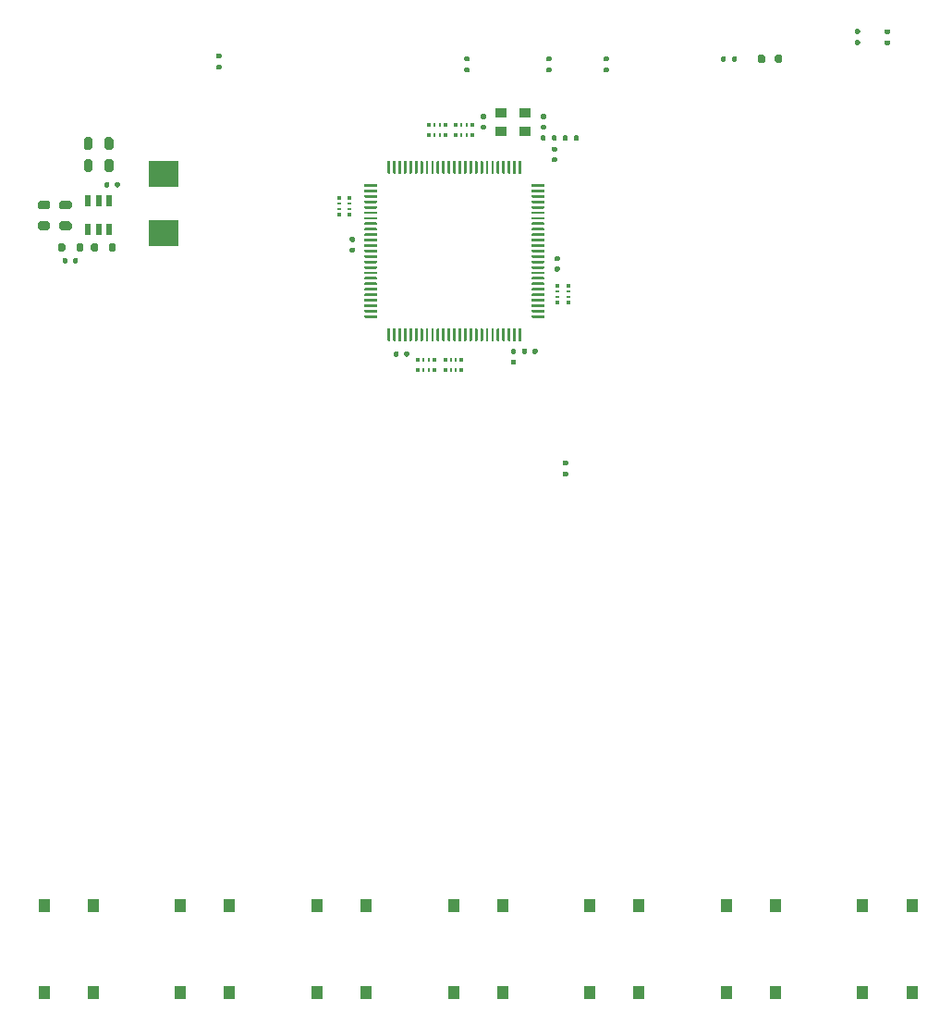
<source format=gtp>
%TF.GenerationSoftware,KiCad,Pcbnew,5.1.10*%
%TF.CreationDate,2021-08-07T13:12:26+02:00*%
%TF.ProjectId,ATAPIMega,41544150-494d-4656-9761-2e6b69636164,rev?*%
%TF.SameCoordinates,Original*%
%TF.FileFunction,Paste,Top*%
%TF.FilePolarity,Positive*%
%FSLAX46Y46*%
G04 Gerber Fmt 4.6, Leading zero omitted, Abs format (unit mm)*
G04 Created by KiCad (PCBNEW 5.1.10) date 2021-08-07 13:12:26*
%MOMM*%
%LPD*%
G01*
G04 APERTURE LIST*
%ADD10R,1.040000X1.240000*%
%ADD11R,0.320000X0.400000*%
%ADD12R,0.240000X0.400000*%
%ADD13R,0.400000X0.320000*%
%ADD14R,0.400000X0.240000*%
%ADD15R,0.520000X0.976000*%
%ADD16R,2.800000X2.360000*%
%ADD17R,1.120000X0.960000*%
G04 APERTURE END LIST*
%TO.C,C2*%
G36*
G01*
X81881628Y-53213876D02*
X81609628Y-53213876D01*
G75*
G02*
X81497628Y-53101876I0J112000D01*
G01*
X81497628Y-52877876D01*
G75*
G02*
X81609628Y-52765876I112000J0D01*
G01*
X81881628Y-52765876D01*
G75*
G02*
X81993628Y-52877876I0J-112000D01*
G01*
X81993628Y-53101876D01*
G75*
G02*
X81881628Y-53213876I-112000J0D01*
G01*
G37*
G36*
G01*
X81881628Y-54173876D02*
X81609628Y-54173876D01*
G75*
G02*
X81497628Y-54061876I0J112000D01*
G01*
X81497628Y-53837876D01*
G75*
G02*
X81609628Y-53725876I112000J0D01*
G01*
X81881628Y-53725876D01*
G75*
G02*
X81993628Y-53837876I0J-112000D01*
G01*
X81993628Y-54061876D01*
G75*
G02*
X81881628Y-54173876I-112000J0D01*
G01*
G37*
%TD*%
D10*
%TO.C,SW7*%
X132995628Y-113994876D03*
X128495628Y-113994876D03*
X128495628Y-121944876D03*
X132995628Y-121944876D03*
%TD*%
%TO.C,SW6*%
X120495628Y-113994876D03*
X115995628Y-113994876D03*
X115995628Y-121944876D03*
X120495628Y-121944876D03*
%TD*%
%TO.C,SW5*%
X107995628Y-113994876D03*
X103495628Y-113994876D03*
X103495628Y-121944876D03*
X107995628Y-121944876D03*
%TD*%
%TO.C,SW4*%
X95495628Y-113994876D03*
X90995628Y-113994876D03*
X90995628Y-121944876D03*
X95495628Y-121944876D03*
%TD*%
%TO.C,SW3*%
X82995628Y-113994876D03*
X78495628Y-113994876D03*
X78495628Y-121944876D03*
X82995628Y-121944876D03*
%TD*%
%TO.C,SW1*%
X70495628Y-113994876D03*
X65995628Y-113994876D03*
X65995628Y-121944876D03*
X70495628Y-121944876D03*
%TD*%
%TO.C,SW2*%
X57995628Y-113994876D03*
X53495628Y-113994876D03*
X53495628Y-121944876D03*
X57995628Y-121944876D03*
%TD*%
D11*
%TO.C,RN6*%
X89245628Y-63969876D03*
D12*
X88745628Y-63969876D03*
D11*
X87745628Y-63969876D03*
D12*
X88245628Y-63969876D03*
D11*
X89245628Y-64969876D03*
D12*
X88245628Y-64969876D03*
X88745628Y-64969876D03*
D11*
X87745628Y-64969876D03*
%TD*%
%TO.C,RN5*%
X90245628Y-64969876D03*
D12*
X90745628Y-64969876D03*
D11*
X91745628Y-64969876D03*
D12*
X91245628Y-64969876D03*
D11*
X90245628Y-63969876D03*
D12*
X91245628Y-63969876D03*
X90745628Y-63969876D03*
D11*
X91745628Y-63969876D03*
%TD*%
D13*
%TO.C,RN4*%
X80495628Y-49219876D03*
D14*
X80495628Y-49719876D03*
D13*
X80495628Y-50719876D03*
D14*
X80495628Y-50219876D03*
D13*
X81495628Y-49219876D03*
D14*
X81495628Y-50219876D03*
X81495628Y-49719876D03*
D13*
X81495628Y-50719876D03*
%TD*%
D11*
%TO.C,RN3*%
X90245628Y-42469876D03*
D12*
X89745628Y-42469876D03*
D11*
X88745628Y-42469876D03*
D12*
X89245628Y-42469876D03*
D11*
X90245628Y-43469876D03*
D12*
X89245628Y-43469876D03*
X89745628Y-43469876D03*
D11*
X88745628Y-43469876D03*
%TD*%
D13*
%TO.C,RN2*%
X101495628Y-58719876D03*
D14*
X101495628Y-58219876D03*
D13*
X101495628Y-57219876D03*
D14*
X101495628Y-57719876D03*
D13*
X100495628Y-58719876D03*
D14*
X100495628Y-57719876D03*
X100495628Y-58219876D03*
D13*
X100495628Y-57219876D03*
%TD*%
D11*
%TO.C,RN1*%
X92745628Y-42469876D03*
D12*
X92245628Y-42469876D03*
D11*
X91245628Y-42469876D03*
D12*
X91745628Y-42469876D03*
D11*
X92745628Y-43469876D03*
D12*
X91745628Y-43469876D03*
X92245628Y-43469876D03*
D11*
X91245628Y-43469876D03*
%TD*%
D15*
%TO.C,U3*%
X59445628Y-52029876D03*
X58495628Y-52029876D03*
X57545628Y-52029876D03*
X57545628Y-49409876D03*
X58495628Y-49409876D03*
X59445628Y-49409876D03*
%TD*%
%TO.C,R10*%
G36*
G01*
X59450628Y-53939876D02*
X59450628Y-53499876D01*
G75*
G02*
X59610628Y-53339876I160000J0D01*
G01*
X59930628Y-53339876D01*
G75*
G02*
X60090628Y-53499876I0J-160000D01*
G01*
X60090628Y-53939876D01*
G75*
G02*
X59930628Y-54099876I-160000J0D01*
G01*
X59610628Y-54099876D01*
G75*
G02*
X59450628Y-53939876I0J160000D01*
G01*
G37*
G36*
G01*
X57800628Y-53939876D02*
X57800628Y-53499876D01*
G75*
G02*
X57960628Y-53339876I160000J0D01*
G01*
X58280628Y-53339876D01*
G75*
G02*
X58440628Y-53499876I0J-160000D01*
G01*
X58440628Y-53939876D01*
G75*
G02*
X58280628Y-54099876I-160000J0D01*
G01*
X57960628Y-54099876D01*
G75*
G02*
X57800628Y-53939876I0J160000D01*
G01*
G37*
%TD*%
%TO.C,R9*%
G36*
G01*
X56450628Y-53939876D02*
X56450628Y-53499876D01*
G75*
G02*
X56610628Y-53339876I160000J0D01*
G01*
X56930628Y-53339876D01*
G75*
G02*
X57090628Y-53499876I0J-160000D01*
G01*
X57090628Y-53939876D01*
G75*
G02*
X56930628Y-54099876I-160000J0D01*
G01*
X56610628Y-54099876D01*
G75*
G02*
X56450628Y-53939876I0J160000D01*
G01*
G37*
G36*
G01*
X54800628Y-53939876D02*
X54800628Y-53499876D01*
G75*
G02*
X54960628Y-53339876I160000J0D01*
G01*
X55280628Y-53339876D01*
G75*
G02*
X55440628Y-53499876I0J-160000D01*
G01*
X55440628Y-53939876D01*
G75*
G02*
X55280628Y-54099876I-160000J0D01*
G01*
X54960628Y-54099876D01*
G75*
G02*
X54800628Y-53939876I0J160000D01*
G01*
G37*
%TD*%
%TO.C,R8*%
G36*
G01*
X101451628Y-43571876D02*
X101451628Y-43867876D01*
G75*
G02*
X101343628Y-43975876I-108000J0D01*
G01*
X101127628Y-43975876D01*
G75*
G02*
X101019628Y-43867876I0J108000D01*
G01*
X101019628Y-43571876D01*
G75*
G02*
X101127628Y-43463876I108000J0D01*
G01*
X101343628Y-43463876D01*
G75*
G02*
X101451628Y-43571876I0J-108000D01*
G01*
G37*
G36*
G01*
X102471628Y-43571876D02*
X102471628Y-43867876D01*
G75*
G02*
X102363628Y-43975876I-108000J0D01*
G01*
X102147628Y-43975876D01*
G75*
G02*
X102039628Y-43867876I0J108000D01*
G01*
X102039628Y-43571876D01*
G75*
G02*
X102147628Y-43463876I108000J0D01*
G01*
X102363628Y-43463876D01*
G75*
G02*
X102471628Y-43571876I0J-108000D01*
G01*
G37*
%TD*%
D16*
%TO.C,L1*%
X64455628Y-46994876D03*
X64455628Y-52444876D03*
%TD*%
%TO.C,C14*%
G36*
G01*
X56151628Y-55055876D02*
X56151628Y-54783876D01*
G75*
G02*
X56263628Y-54671876I112000J0D01*
G01*
X56487628Y-54671876D01*
G75*
G02*
X56599628Y-54783876I0J-112000D01*
G01*
X56599628Y-55055876D01*
G75*
G02*
X56487628Y-55167876I-112000J0D01*
G01*
X56263628Y-55167876D01*
G75*
G02*
X56151628Y-55055876I0J112000D01*
G01*
G37*
G36*
G01*
X55191628Y-55055876D02*
X55191628Y-54783876D01*
G75*
G02*
X55303628Y-54671876I112000J0D01*
G01*
X55527628Y-54671876D01*
G75*
G02*
X55639628Y-54783876I0J-112000D01*
G01*
X55639628Y-55055876D01*
G75*
G02*
X55527628Y-55167876I-112000J0D01*
G01*
X55303628Y-55167876D01*
G75*
G02*
X55191628Y-55055876I0J112000D01*
G01*
G37*
%TD*%
%TO.C,C13*%
G36*
G01*
X57945628Y-43839876D02*
X57945628Y-44599876D01*
G75*
G02*
X57745628Y-44799876I-200000J0D01*
G01*
X57345628Y-44799876D01*
G75*
G02*
X57145628Y-44599876I0J200000D01*
G01*
X57145628Y-43839876D01*
G75*
G02*
X57345628Y-43639876I200000J0D01*
G01*
X57745628Y-43639876D01*
G75*
G02*
X57945628Y-43839876I0J-200000D01*
G01*
G37*
G36*
G01*
X59845628Y-43839876D02*
X59845628Y-44599876D01*
G75*
G02*
X59645628Y-44799876I-200000J0D01*
G01*
X59245628Y-44799876D01*
G75*
G02*
X59045628Y-44599876I0J200000D01*
G01*
X59045628Y-43839876D01*
G75*
G02*
X59245628Y-43639876I200000J0D01*
G01*
X59645628Y-43639876D01*
G75*
G02*
X59845628Y-43839876I0J-200000D01*
G01*
G37*
%TD*%
%TO.C,C12*%
G36*
G01*
X57945628Y-45839876D02*
X57945628Y-46599876D01*
G75*
G02*
X57745628Y-46799876I-200000J0D01*
G01*
X57345628Y-46799876D01*
G75*
G02*
X57145628Y-46599876I0J200000D01*
G01*
X57145628Y-45839876D01*
G75*
G02*
X57345628Y-45639876I200000J0D01*
G01*
X57745628Y-45639876D01*
G75*
G02*
X57945628Y-45839876I0J-200000D01*
G01*
G37*
G36*
G01*
X59845628Y-45839876D02*
X59845628Y-46599876D01*
G75*
G02*
X59645628Y-46799876I-200000J0D01*
G01*
X59245628Y-46799876D01*
G75*
G02*
X59045628Y-46599876I0J200000D01*
G01*
X59045628Y-45839876D01*
G75*
G02*
X59245628Y-45639876I200000J0D01*
G01*
X59645628Y-45639876D01*
G75*
G02*
X59845628Y-45839876I0J-200000D01*
G01*
G37*
%TD*%
%TO.C,C11*%
G36*
G01*
X59489628Y-47833876D02*
X59489628Y-48105876D01*
G75*
G02*
X59377628Y-48217876I-112000J0D01*
G01*
X59153628Y-48217876D01*
G75*
G02*
X59041628Y-48105876I0J112000D01*
G01*
X59041628Y-47833876D01*
G75*
G02*
X59153628Y-47721876I112000J0D01*
G01*
X59377628Y-47721876D01*
G75*
G02*
X59489628Y-47833876I0J-112000D01*
G01*
G37*
G36*
G01*
X60449628Y-47833876D02*
X60449628Y-48105876D01*
G75*
G02*
X60337628Y-48217876I-112000J0D01*
G01*
X60113628Y-48217876D01*
G75*
G02*
X60001628Y-48105876I0J112000D01*
G01*
X60001628Y-47833876D01*
G75*
G02*
X60113628Y-47721876I112000J0D01*
G01*
X60337628Y-47721876D01*
G75*
G02*
X60449628Y-47833876I0J-112000D01*
G01*
G37*
%TD*%
%TO.C,C10*%
G36*
G01*
X55845628Y-50239876D02*
X55085628Y-50239876D01*
G75*
G02*
X54885628Y-50039876I0J200000D01*
G01*
X54885628Y-49639876D01*
G75*
G02*
X55085628Y-49439876I200000J0D01*
G01*
X55845628Y-49439876D01*
G75*
G02*
X56045628Y-49639876I0J-200000D01*
G01*
X56045628Y-50039876D01*
G75*
G02*
X55845628Y-50239876I-200000J0D01*
G01*
G37*
G36*
G01*
X55845628Y-52139876D02*
X55085628Y-52139876D01*
G75*
G02*
X54885628Y-51939876I0J200000D01*
G01*
X54885628Y-51539876D01*
G75*
G02*
X55085628Y-51339876I200000J0D01*
G01*
X55845628Y-51339876D01*
G75*
G02*
X56045628Y-51539876I0J-200000D01*
G01*
X56045628Y-51939876D01*
G75*
G02*
X55845628Y-52139876I-200000J0D01*
G01*
G37*
%TD*%
%TO.C,C9*%
G36*
G01*
X53875628Y-50239876D02*
X53115628Y-50239876D01*
G75*
G02*
X52915628Y-50039876I0J200000D01*
G01*
X52915628Y-49639876D01*
G75*
G02*
X53115628Y-49439876I200000J0D01*
G01*
X53875628Y-49439876D01*
G75*
G02*
X54075628Y-49639876I0J-200000D01*
G01*
X54075628Y-50039876D01*
G75*
G02*
X53875628Y-50239876I-200000J0D01*
G01*
G37*
G36*
G01*
X53875628Y-52139876D02*
X53115628Y-52139876D01*
G75*
G02*
X52915628Y-51939876I0J200000D01*
G01*
X52915628Y-51539876D01*
G75*
G02*
X53115628Y-51339876I200000J0D01*
G01*
X53875628Y-51339876D01*
G75*
G02*
X54075628Y-51539876I0J-200000D01*
G01*
X54075628Y-51939876D01*
G75*
G02*
X53875628Y-52139876I-200000J0D01*
G01*
G37*
%TD*%
%TO.C,C3*%
G36*
G01*
X99109628Y-42475876D02*
X99381628Y-42475876D01*
G75*
G02*
X99493628Y-42587876I0J-112000D01*
G01*
X99493628Y-42811876D01*
G75*
G02*
X99381628Y-42923876I-112000J0D01*
G01*
X99109628Y-42923876D01*
G75*
G02*
X98997628Y-42811876I0J112000D01*
G01*
X98997628Y-42587876D01*
G75*
G02*
X99109628Y-42475876I112000J0D01*
G01*
G37*
G36*
G01*
X99109628Y-41515876D02*
X99381628Y-41515876D01*
G75*
G02*
X99493628Y-41627876I0J-112000D01*
G01*
X99493628Y-41851876D01*
G75*
G02*
X99381628Y-41963876I-112000J0D01*
G01*
X99109628Y-41963876D01*
G75*
G02*
X98997628Y-41851876I0J112000D01*
G01*
X98997628Y-41627876D01*
G75*
G02*
X99109628Y-41515876I112000J0D01*
G01*
G37*
%TD*%
%TO.C,C1*%
G36*
G01*
X93609628Y-42475876D02*
X93881628Y-42475876D01*
G75*
G02*
X93993628Y-42587876I0J-112000D01*
G01*
X93993628Y-42811876D01*
G75*
G02*
X93881628Y-42923876I-112000J0D01*
G01*
X93609628Y-42923876D01*
G75*
G02*
X93497628Y-42811876I0J112000D01*
G01*
X93497628Y-42587876D01*
G75*
G02*
X93609628Y-42475876I112000J0D01*
G01*
G37*
G36*
G01*
X93609628Y-41515876D02*
X93881628Y-41515876D01*
G75*
G02*
X93993628Y-41627876I0J-112000D01*
G01*
X93993628Y-41851876D01*
G75*
G02*
X93881628Y-41963876I-112000J0D01*
G01*
X93609628Y-41963876D01*
G75*
G02*
X93497628Y-41851876I0J112000D01*
G01*
X93497628Y-41627876D01*
G75*
G02*
X93609628Y-41515876I112000J0D01*
G01*
G37*
%TD*%
D17*
%TO.C,Y1*%
X97595628Y-43069876D03*
X95395628Y-43069876D03*
X95395628Y-41369876D03*
X97595628Y-41369876D03*
%TD*%
%TO.C,R7*%
G36*
G01*
X99893628Y-36675876D02*
X99597628Y-36675876D01*
G75*
G02*
X99489628Y-36567876I0J108000D01*
G01*
X99489628Y-36351876D01*
G75*
G02*
X99597628Y-36243876I108000J0D01*
G01*
X99893628Y-36243876D01*
G75*
G02*
X100001628Y-36351876I0J-108000D01*
G01*
X100001628Y-36567876D01*
G75*
G02*
X99893628Y-36675876I-108000J0D01*
G01*
G37*
G36*
G01*
X99893628Y-37695876D02*
X99597628Y-37695876D01*
G75*
G02*
X99489628Y-37587876I0J108000D01*
G01*
X99489628Y-37371876D01*
G75*
G02*
X99597628Y-37263876I108000J0D01*
G01*
X99893628Y-37263876D01*
G75*
G02*
X100001628Y-37371876I0J-108000D01*
G01*
X100001628Y-37587876D01*
G75*
G02*
X99893628Y-37695876I-108000J0D01*
G01*
G37*
%TD*%
%TO.C,R6*%
G36*
G01*
X69643628Y-36425876D02*
X69347628Y-36425876D01*
G75*
G02*
X69239628Y-36317876I0J108000D01*
G01*
X69239628Y-36101876D01*
G75*
G02*
X69347628Y-35993876I108000J0D01*
G01*
X69643628Y-35993876D01*
G75*
G02*
X69751628Y-36101876I0J-108000D01*
G01*
X69751628Y-36317876D01*
G75*
G02*
X69643628Y-36425876I-108000J0D01*
G01*
G37*
G36*
G01*
X69643628Y-37445876D02*
X69347628Y-37445876D01*
G75*
G02*
X69239628Y-37337876I0J108000D01*
G01*
X69239628Y-37121876D01*
G75*
G02*
X69347628Y-37013876I108000J0D01*
G01*
X69643628Y-37013876D01*
G75*
G02*
X69751628Y-37121876I0J-108000D01*
G01*
X69751628Y-37337876D01*
G75*
G02*
X69643628Y-37445876I-108000J0D01*
G01*
G37*
%TD*%
%TO.C,R5*%
G36*
G01*
X130893628Y-34175876D02*
X130597628Y-34175876D01*
G75*
G02*
X130489628Y-34067876I0J108000D01*
G01*
X130489628Y-33851876D01*
G75*
G02*
X130597628Y-33743876I108000J0D01*
G01*
X130893628Y-33743876D01*
G75*
G02*
X131001628Y-33851876I0J-108000D01*
G01*
X131001628Y-34067876D01*
G75*
G02*
X130893628Y-34175876I-108000J0D01*
G01*
G37*
G36*
G01*
X130893628Y-35195876D02*
X130597628Y-35195876D01*
G75*
G02*
X130489628Y-35087876I0J108000D01*
G01*
X130489628Y-34871876D01*
G75*
G02*
X130597628Y-34763876I108000J0D01*
G01*
X130893628Y-34763876D01*
G75*
G02*
X131001628Y-34871876I0J-108000D01*
G01*
X131001628Y-35087876D01*
G75*
G02*
X130893628Y-35195876I-108000J0D01*
G01*
G37*
%TD*%
%TO.C,R4*%
G36*
G01*
X127847628Y-34753876D02*
X128143628Y-34753876D01*
G75*
G02*
X128251628Y-34861876I0J-108000D01*
G01*
X128251628Y-35077876D01*
G75*
G02*
X128143628Y-35185876I-108000J0D01*
G01*
X127847628Y-35185876D01*
G75*
G02*
X127739628Y-35077876I0J108000D01*
G01*
X127739628Y-34861876D01*
G75*
G02*
X127847628Y-34753876I108000J0D01*
G01*
G37*
G36*
G01*
X127847628Y-33733876D02*
X128143628Y-33733876D01*
G75*
G02*
X128251628Y-33841876I0J-108000D01*
G01*
X128251628Y-34057876D01*
G75*
G02*
X128143628Y-34165876I-108000J0D01*
G01*
X127847628Y-34165876D01*
G75*
G02*
X127739628Y-34057876I0J108000D01*
G01*
X127739628Y-33841876D01*
G75*
G02*
X127847628Y-33733876I108000J0D01*
G01*
G37*
%TD*%
%TO.C,R2*%
G36*
G01*
X101393628Y-73675876D02*
X101097628Y-73675876D01*
G75*
G02*
X100989628Y-73567876I0J108000D01*
G01*
X100989628Y-73351876D01*
G75*
G02*
X101097628Y-73243876I108000J0D01*
G01*
X101393628Y-73243876D01*
G75*
G02*
X101501628Y-73351876I0J-108000D01*
G01*
X101501628Y-73567876D01*
G75*
G02*
X101393628Y-73675876I-108000J0D01*
G01*
G37*
G36*
G01*
X101393628Y-74695876D02*
X101097628Y-74695876D01*
G75*
G02*
X100989628Y-74587876I0J108000D01*
G01*
X100989628Y-74371876D01*
G75*
G02*
X101097628Y-74263876I108000J0D01*
G01*
X101393628Y-74263876D01*
G75*
G02*
X101501628Y-74371876I0J-108000D01*
G01*
X101501628Y-74587876D01*
G75*
G02*
X101393628Y-74695876I-108000J0D01*
G01*
G37*
%TD*%
%TO.C,R1*%
G36*
G01*
X99451628Y-43571876D02*
X99451628Y-43867876D01*
G75*
G02*
X99343628Y-43975876I-108000J0D01*
G01*
X99127628Y-43975876D01*
G75*
G02*
X99019628Y-43867876I0J108000D01*
G01*
X99019628Y-43571876D01*
G75*
G02*
X99127628Y-43463876I108000J0D01*
G01*
X99343628Y-43463876D01*
G75*
G02*
X99451628Y-43571876I0J-108000D01*
G01*
G37*
G36*
G01*
X100471628Y-43571876D02*
X100471628Y-43867876D01*
G75*
G02*
X100363628Y-43975876I-108000J0D01*
G01*
X100147628Y-43975876D01*
G75*
G02*
X100039628Y-43867876I0J108000D01*
G01*
X100039628Y-43571876D01*
G75*
G02*
X100147628Y-43463876I108000J0D01*
G01*
X100363628Y-43463876D01*
G75*
G02*
X100471628Y-43571876I0J-108000D01*
G01*
G37*
%TD*%
%TO.C,C8*%
G36*
G01*
X100631628Y-54963876D02*
X100359628Y-54963876D01*
G75*
G02*
X100247628Y-54851876I0J112000D01*
G01*
X100247628Y-54627876D01*
G75*
G02*
X100359628Y-54515876I112000J0D01*
G01*
X100631628Y-54515876D01*
G75*
G02*
X100743628Y-54627876I0J-112000D01*
G01*
X100743628Y-54851876D01*
G75*
G02*
X100631628Y-54963876I-112000J0D01*
G01*
G37*
G36*
G01*
X100631628Y-55923876D02*
X100359628Y-55923876D01*
G75*
G02*
X100247628Y-55811876I0J112000D01*
G01*
X100247628Y-55587876D01*
G75*
G02*
X100359628Y-55475876I112000J0D01*
G01*
X100631628Y-55475876D01*
G75*
G02*
X100743628Y-55587876I0J-112000D01*
G01*
X100743628Y-55811876D01*
G75*
G02*
X100631628Y-55923876I-112000J0D01*
G01*
G37*
%TD*%
%TO.C,C7*%
G36*
G01*
X86501628Y-63605876D02*
X86501628Y-63333876D01*
G75*
G02*
X86613628Y-63221876I112000J0D01*
G01*
X86837628Y-63221876D01*
G75*
G02*
X86949628Y-63333876I0J-112000D01*
G01*
X86949628Y-63605876D01*
G75*
G02*
X86837628Y-63717876I-112000J0D01*
G01*
X86613628Y-63717876D01*
G75*
G02*
X86501628Y-63605876I0J112000D01*
G01*
G37*
G36*
G01*
X85541628Y-63605876D02*
X85541628Y-63333876D01*
G75*
G02*
X85653628Y-63221876I112000J0D01*
G01*
X85877628Y-63221876D01*
G75*
G02*
X85989628Y-63333876I0J-112000D01*
G01*
X85989628Y-63605876D01*
G75*
G02*
X85877628Y-63717876I-112000J0D01*
G01*
X85653628Y-63717876D01*
G75*
G02*
X85541628Y-63605876I0J112000D01*
G01*
G37*
%TD*%
%TO.C,C6*%
G36*
G01*
X97739628Y-63083876D02*
X97739628Y-63355876D01*
G75*
G02*
X97627628Y-63467876I-112000J0D01*
G01*
X97403628Y-63467876D01*
G75*
G02*
X97291628Y-63355876I0J112000D01*
G01*
X97291628Y-63083876D01*
G75*
G02*
X97403628Y-62971876I112000J0D01*
G01*
X97627628Y-62971876D01*
G75*
G02*
X97739628Y-63083876I0J-112000D01*
G01*
G37*
G36*
G01*
X98699628Y-63083876D02*
X98699628Y-63355876D01*
G75*
G02*
X98587628Y-63467876I-112000J0D01*
G01*
X98363628Y-63467876D01*
G75*
G02*
X98251628Y-63355876I0J112000D01*
G01*
X98251628Y-63083876D01*
G75*
G02*
X98363628Y-62971876I112000J0D01*
G01*
X98587628Y-62971876D01*
G75*
G02*
X98699628Y-63083876I0J-112000D01*
G01*
G37*
%TD*%
%TO.C,C5*%
G36*
G01*
X96359628Y-63975876D02*
X96631628Y-63975876D01*
G75*
G02*
X96743628Y-64087876I0J-112000D01*
G01*
X96743628Y-64311876D01*
G75*
G02*
X96631628Y-64423876I-112000J0D01*
G01*
X96359628Y-64423876D01*
G75*
G02*
X96247628Y-64311876I0J112000D01*
G01*
X96247628Y-64087876D01*
G75*
G02*
X96359628Y-63975876I112000J0D01*
G01*
G37*
G36*
G01*
X96359628Y-63015876D02*
X96631628Y-63015876D01*
G75*
G02*
X96743628Y-63127876I0J-112000D01*
G01*
X96743628Y-63351876D01*
G75*
G02*
X96631628Y-63463876I-112000J0D01*
G01*
X96359628Y-63463876D01*
G75*
G02*
X96247628Y-63351876I0J112000D01*
G01*
X96247628Y-63127876D01*
G75*
G02*
X96359628Y-63015876I112000J0D01*
G01*
G37*
%TD*%
%TO.C,C4*%
G36*
G01*
X100109628Y-45475876D02*
X100381628Y-45475876D01*
G75*
G02*
X100493628Y-45587876I0J-112000D01*
G01*
X100493628Y-45811876D01*
G75*
G02*
X100381628Y-45923876I-112000J0D01*
G01*
X100109628Y-45923876D01*
G75*
G02*
X99997628Y-45811876I0J112000D01*
G01*
X99997628Y-45587876D01*
G75*
G02*
X100109628Y-45475876I112000J0D01*
G01*
G37*
G36*
G01*
X100109628Y-44515876D02*
X100381628Y-44515876D01*
G75*
G02*
X100493628Y-44627876I0J-112000D01*
G01*
X100493628Y-44851876D01*
G75*
G02*
X100381628Y-44963876I-112000J0D01*
G01*
X100109628Y-44963876D01*
G75*
G02*
X99997628Y-44851876I0J112000D01*
G01*
X99997628Y-44627876D01*
G75*
G02*
X100109628Y-44515876I112000J0D01*
G01*
G37*
%TD*%
%TO.C,U1*%
G36*
G01*
X97205628Y-61182376D02*
X97205628Y-62242376D01*
G75*
G02*
X97145628Y-62302376I-60000J0D01*
G01*
X97025628Y-62302376D01*
G75*
G02*
X96965628Y-62242376I0J60000D01*
G01*
X96965628Y-61182376D01*
G75*
G02*
X97025628Y-61122376I60000J0D01*
G01*
X97145628Y-61122376D01*
G75*
G02*
X97205628Y-61182376I0J-60000D01*
G01*
G37*
G36*
G01*
X96705628Y-61182376D02*
X96705628Y-62242376D01*
G75*
G02*
X96645628Y-62302376I-60000J0D01*
G01*
X96525628Y-62302376D01*
G75*
G02*
X96465628Y-62242376I0J60000D01*
G01*
X96465628Y-61182376D01*
G75*
G02*
X96525628Y-61122376I60000J0D01*
G01*
X96645628Y-61122376D01*
G75*
G02*
X96705628Y-61182376I0J-60000D01*
G01*
G37*
G36*
G01*
X96205628Y-61182376D02*
X96205628Y-62242376D01*
G75*
G02*
X96145628Y-62302376I-60000J0D01*
G01*
X96025628Y-62302376D01*
G75*
G02*
X95965628Y-62242376I0J60000D01*
G01*
X95965628Y-61182376D01*
G75*
G02*
X96025628Y-61122376I60000J0D01*
G01*
X96145628Y-61122376D01*
G75*
G02*
X96205628Y-61182376I0J-60000D01*
G01*
G37*
G36*
G01*
X95705628Y-61182376D02*
X95705628Y-62242376D01*
G75*
G02*
X95645628Y-62302376I-60000J0D01*
G01*
X95525628Y-62302376D01*
G75*
G02*
X95465628Y-62242376I0J60000D01*
G01*
X95465628Y-61182376D01*
G75*
G02*
X95525628Y-61122376I60000J0D01*
G01*
X95645628Y-61122376D01*
G75*
G02*
X95705628Y-61182376I0J-60000D01*
G01*
G37*
G36*
G01*
X95205628Y-61182376D02*
X95205628Y-62242376D01*
G75*
G02*
X95145628Y-62302376I-60000J0D01*
G01*
X95025628Y-62302376D01*
G75*
G02*
X94965628Y-62242376I0J60000D01*
G01*
X94965628Y-61182376D01*
G75*
G02*
X95025628Y-61122376I60000J0D01*
G01*
X95145628Y-61122376D01*
G75*
G02*
X95205628Y-61182376I0J-60000D01*
G01*
G37*
G36*
G01*
X94705628Y-61182376D02*
X94705628Y-62242376D01*
G75*
G02*
X94645628Y-62302376I-60000J0D01*
G01*
X94525628Y-62302376D01*
G75*
G02*
X94465628Y-62242376I0J60000D01*
G01*
X94465628Y-61182376D01*
G75*
G02*
X94525628Y-61122376I60000J0D01*
G01*
X94645628Y-61122376D01*
G75*
G02*
X94705628Y-61182376I0J-60000D01*
G01*
G37*
G36*
G01*
X94205628Y-61182376D02*
X94205628Y-62242376D01*
G75*
G02*
X94145628Y-62302376I-60000J0D01*
G01*
X94025628Y-62302376D01*
G75*
G02*
X93965628Y-62242376I0J60000D01*
G01*
X93965628Y-61182376D01*
G75*
G02*
X94025628Y-61122376I60000J0D01*
G01*
X94145628Y-61122376D01*
G75*
G02*
X94205628Y-61182376I0J-60000D01*
G01*
G37*
G36*
G01*
X93705628Y-61182376D02*
X93705628Y-62242376D01*
G75*
G02*
X93645628Y-62302376I-60000J0D01*
G01*
X93525628Y-62302376D01*
G75*
G02*
X93465628Y-62242376I0J60000D01*
G01*
X93465628Y-61182376D01*
G75*
G02*
X93525628Y-61122376I60000J0D01*
G01*
X93645628Y-61122376D01*
G75*
G02*
X93705628Y-61182376I0J-60000D01*
G01*
G37*
G36*
G01*
X93205628Y-61182376D02*
X93205628Y-62242376D01*
G75*
G02*
X93145628Y-62302376I-60000J0D01*
G01*
X93025628Y-62302376D01*
G75*
G02*
X92965628Y-62242376I0J60000D01*
G01*
X92965628Y-61182376D01*
G75*
G02*
X93025628Y-61122376I60000J0D01*
G01*
X93145628Y-61122376D01*
G75*
G02*
X93205628Y-61182376I0J-60000D01*
G01*
G37*
G36*
G01*
X92705628Y-61182376D02*
X92705628Y-62242376D01*
G75*
G02*
X92645628Y-62302376I-60000J0D01*
G01*
X92525628Y-62302376D01*
G75*
G02*
X92465628Y-62242376I0J60000D01*
G01*
X92465628Y-61182376D01*
G75*
G02*
X92525628Y-61122376I60000J0D01*
G01*
X92645628Y-61122376D01*
G75*
G02*
X92705628Y-61182376I0J-60000D01*
G01*
G37*
G36*
G01*
X92205628Y-61182376D02*
X92205628Y-62242376D01*
G75*
G02*
X92145628Y-62302376I-60000J0D01*
G01*
X92025628Y-62302376D01*
G75*
G02*
X91965628Y-62242376I0J60000D01*
G01*
X91965628Y-61182376D01*
G75*
G02*
X92025628Y-61122376I60000J0D01*
G01*
X92145628Y-61122376D01*
G75*
G02*
X92205628Y-61182376I0J-60000D01*
G01*
G37*
G36*
G01*
X91705628Y-61182376D02*
X91705628Y-62242376D01*
G75*
G02*
X91645628Y-62302376I-60000J0D01*
G01*
X91525628Y-62302376D01*
G75*
G02*
X91465628Y-62242376I0J60000D01*
G01*
X91465628Y-61182376D01*
G75*
G02*
X91525628Y-61122376I60000J0D01*
G01*
X91645628Y-61122376D01*
G75*
G02*
X91705628Y-61182376I0J-60000D01*
G01*
G37*
G36*
G01*
X91205628Y-61182376D02*
X91205628Y-62242376D01*
G75*
G02*
X91145628Y-62302376I-60000J0D01*
G01*
X91025628Y-62302376D01*
G75*
G02*
X90965628Y-62242376I0J60000D01*
G01*
X90965628Y-61182376D01*
G75*
G02*
X91025628Y-61122376I60000J0D01*
G01*
X91145628Y-61122376D01*
G75*
G02*
X91205628Y-61182376I0J-60000D01*
G01*
G37*
G36*
G01*
X90705628Y-61182376D02*
X90705628Y-62242376D01*
G75*
G02*
X90645628Y-62302376I-60000J0D01*
G01*
X90525628Y-62302376D01*
G75*
G02*
X90465628Y-62242376I0J60000D01*
G01*
X90465628Y-61182376D01*
G75*
G02*
X90525628Y-61122376I60000J0D01*
G01*
X90645628Y-61122376D01*
G75*
G02*
X90705628Y-61182376I0J-60000D01*
G01*
G37*
G36*
G01*
X90205628Y-61182376D02*
X90205628Y-62242376D01*
G75*
G02*
X90145628Y-62302376I-60000J0D01*
G01*
X90025628Y-62302376D01*
G75*
G02*
X89965628Y-62242376I0J60000D01*
G01*
X89965628Y-61182376D01*
G75*
G02*
X90025628Y-61122376I60000J0D01*
G01*
X90145628Y-61122376D01*
G75*
G02*
X90205628Y-61182376I0J-60000D01*
G01*
G37*
G36*
G01*
X89705628Y-61182376D02*
X89705628Y-62242376D01*
G75*
G02*
X89645628Y-62302376I-60000J0D01*
G01*
X89525628Y-62302376D01*
G75*
G02*
X89465628Y-62242376I0J60000D01*
G01*
X89465628Y-61182376D01*
G75*
G02*
X89525628Y-61122376I60000J0D01*
G01*
X89645628Y-61122376D01*
G75*
G02*
X89705628Y-61182376I0J-60000D01*
G01*
G37*
G36*
G01*
X89205628Y-61182376D02*
X89205628Y-62242376D01*
G75*
G02*
X89145628Y-62302376I-60000J0D01*
G01*
X89025628Y-62302376D01*
G75*
G02*
X88965628Y-62242376I0J60000D01*
G01*
X88965628Y-61182376D01*
G75*
G02*
X89025628Y-61122376I60000J0D01*
G01*
X89145628Y-61122376D01*
G75*
G02*
X89205628Y-61182376I0J-60000D01*
G01*
G37*
G36*
G01*
X88705628Y-61182376D02*
X88705628Y-62242376D01*
G75*
G02*
X88645628Y-62302376I-60000J0D01*
G01*
X88525628Y-62302376D01*
G75*
G02*
X88465628Y-62242376I0J60000D01*
G01*
X88465628Y-61182376D01*
G75*
G02*
X88525628Y-61122376I60000J0D01*
G01*
X88645628Y-61122376D01*
G75*
G02*
X88705628Y-61182376I0J-60000D01*
G01*
G37*
G36*
G01*
X88205628Y-61182376D02*
X88205628Y-62242376D01*
G75*
G02*
X88145628Y-62302376I-60000J0D01*
G01*
X88025628Y-62302376D01*
G75*
G02*
X87965628Y-62242376I0J60000D01*
G01*
X87965628Y-61182376D01*
G75*
G02*
X88025628Y-61122376I60000J0D01*
G01*
X88145628Y-61122376D01*
G75*
G02*
X88205628Y-61182376I0J-60000D01*
G01*
G37*
G36*
G01*
X87705628Y-61182376D02*
X87705628Y-62242376D01*
G75*
G02*
X87645628Y-62302376I-60000J0D01*
G01*
X87525628Y-62302376D01*
G75*
G02*
X87465628Y-62242376I0J60000D01*
G01*
X87465628Y-61182376D01*
G75*
G02*
X87525628Y-61122376I60000J0D01*
G01*
X87645628Y-61122376D01*
G75*
G02*
X87705628Y-61182376I0J-60000D01*
G01*
G37*
G36*
G01*
X87205628Y-61182376D02*
X87205628Y-62242376D01*
G75*
G02*
X87145628Y-62302376I-60000J0D01*
G01*
X87025628Y-62302376D01*
G75*
G02*
X86965628Y-62242376I0J60000D01*
G01*
X86965628Y-61182376D01*
G75*
G02*
X87025628Y-61122376I60000J0D01*
G01*
X87145628Y-61122376D01*
G75*
G02*
X87205628Y-61182376I0J-60000D01*
G01*
G37*
G36*
G01*
X86705628Y-61182376D02*
X86705628Y-62242376D01*
G75*
G02*
X86645628Y-62302376I-60000J0D01*
G01*
X86525628Y-62302376D01*
G75*
G02*
X86465628Y-62242376I0J60000D01*
G01*
X86465628Y-61182376D01*
G75*
G02*
X86525628Y-61122376I60000J0D01*
G01*
X86645628Y-61122376D01*
G75*
G02*
X86705628Y-61182376I0J-60000D01*
G01*
G37*
G36*
G01*
X86205628Y-61182376D02*
X86205628Y-62242376D01*
G75*
G02*
X86145628Y-62302376I-60000J0D01*
G01*
X86025628Y-62302376D01*
G75*
G02*
X85965628Y-62242376I0J60000D01*
G01*
X85965628Y-61182376D01*
G75*
G02*
X86025628Y-61122376I60000J0D01*
G01*
X86145628Y-61122376D01*
G75*
G02*
X86205628Y-61182376I0J-60000D01*
G01*
G37*
G36*
G01*
X85705628Y-61182376D02*
X85705628Y-62242376D01*
G75*
G02*
X85645628Y-62302376I-60000J0D01*
G01*
X85525628Y-62302376D01*
G75*
G02*
X85465628Y-62242376I0J60000D01*
G01*
X85465628Y-61182376D01*
G75*
G02*
X85525628Y-61122376I60000J0D01*
G01*
X85645628Y-61122376D01*
G75*
G02*
X85705628Y-61182376I0J-60000D01*
G01*
G37*
G36*
G01*
X85205628Y-61182376D02*
X85205628Y-62242376D01*
G75*
G02*
X85145628Y-62302376I-60000J0D01*
G01*
X85025628Y-62302376D01*
G75*
G02*
X84965628Y-62242376I0J60000D01*
G01*
X84965628Y-61182376D01*
G75*
G02*
X85025628Y-61122376I60000J0D01*
G01*
X85145628Y-61122376D01*
G75*
G02*
X85205628Y-61182376I0J-60000D01*
G01*
G37*
G36*
G01*
X84013128Y-59989876D02*
X84013128Y-60109876D01*
G75*
G02*
X83953128Y-60169876I-60000J0D01*
G01*
X82893128Y-60169876D01*
G75*
G02*
X82833128Y-60109876I0J60000D01*
G01*
X82833128Y-59989876D01*
G75*
G02*
X82893128Y-59929876I60000J0D01*
G01*
X83953128Y-59929876D01*
G75*
G02*
X84013128Y-59989876I0J-60000D01*
G01*
G37*
G36*
G01*
X84013128Y-59489876D02*
X84013128Y-59609876D01*
G75*
G02*
X83953128Y-59669876I-60000J0D01*
G01*
X82893128Y-59669876D01*
G75*
G02*
X82833128Y-59609876I0J60000D01*
G01*
X82833128Y-59489876D01*
G75*
G02*
X82893128Y-59429876I60000J0D01*
G01*
X83953128Y-59429876D01*
G75*
G02*
X84013128Y-59489876I0J-60000D01*
G01*
G37*
G36*
G01*
X84013128Y-58989876D02*
X84013128Y-59109876D01*
G75*
G02*
X83953128Y-59169876I-60000J0D01*
G01*
X82893128Y-59169876D01*
G75*
G02*
X82833128Y-59109876I0J60000D01*
G01*
X82833128Y-58989876D01*
G75*
G02*
X82893128Y-58929876I60000J0D01*
G01*
X83953128Y-58929876D01*
G75*
G02*
X84013128Y-58989876I0J-60000D01*
G01*
G37*
G36*
G01*
X84013128Y-58489876D02*
X84013128Y-58609876D01*
G75*
G02*
X83953128Y-58669876I-60000J0D01*
G01*
X82893128Y-58669876D01*
G75*
G02*
X82833128Y-58609876I0J60000D01*
G01*
X82833128Y-58489876D01*
G75*
G02*
X82893128Y-58429876I60000J0D01*
G01*
X83953128Y-58429876D01*
G75*
G02*
X84013128Y-58489876I0J-60000D01*
G01*
G37*
G36*
G01*
X84013128Y-57989876D02*
X84013128Y-58109876D01*
G75*
G02*
X83953128Y-58169876I-60000J0D01*
G01*
X82893128Y-58169876D01*
G75*
G02*
X82833128Y-58109876I0J60000D01*
G01*
X82833128Y-57989876D01*
G75*
G02*
X82893128Y-57929876I60000J0D01*
G01*
X83953128Y-57929876D01*
G75*
G02*
X84013128Y-57989876I0J-60000D01*
G01*
G37*
G36*
G01*
X84013128Y-57489876D02*
X84013128Y-57609876D01*
G75*
G02*
X83953128Y-57669876I-60000J0D01*
G01*
X82893128Y-57669876D01*
G75*
G02*
X82833128Y-57609876I0J60000D01*
G01*
X82833128Y-57489876D01*
G75*
G02*
X82893128Y-57429876I60000J0D01*
G01*
X83953128Y-57429876D01*
G75*
G02*
X84013128Y-57489876I0J-60000D01*
G01*
G37*
G36*
G01*
X84013128Y-56989876D02*
X84013128Y-57109876D01*
G75*
G02*
X83953128Y-57169876I-60000J0D01*
G01*
X82893128Y-57169876D01*
G75*
G02*
X82833128Y-57109876I0J60000D01*
G01*
X82833128Y-56989876D01*
G75*
G02*
X82893128Y-56929876I60000J0D01*
G01*
X83953128Y-56929876D01*
G75*
G02*
X84013128Y-56989876I0J-60000D01*
G01*
G37*
G36*
G01*
X84013128Y-56489876D02*
X84013128Y-56609876D01*
G75*
G02*
X83953128Y-56669876I-60000J0D01*
G01*
X82893128Y-56669876D01*
G75*
G02*
X82833128Y-56609876I0J60000D01*
G01*
X82833128Y-56489876D01*
G75*
G02*
X82893128Y-56429876I60000J0D01*
G01*
X83953128Y-56429876D01*
G75*
G02*
X84013128Y-56489876I0J-60000D01*
G01*
G37*
G36*
G01*
X84013128Y-55989876D02*
X84013128Y-56109876D01*
G75*
G02*
X83953128Y-56169876I-60000J0D01*
G01*
X82893128Y-56169876D01*
G75*
G02*
X82833128Y-56109876I0J60000D01*
G01*
X82833128Y-55989876D01*
G75*
G02*
X82893128Y-55929876I60000J0D01*
G01*
X83953128Y-55929876D01*
G75*
G02*
X84013128Y-55989876I0J-60000D01*
G01*
G37*
G36*
G01*
X84013128Y-55489876D02*
X84013128Y-55609876D01*
G75*
G02*
X83953128Y-55669876I-60000J0D01*
G01*
X82893128Y-55669876D01*
G75*
G02*
X82833128Y-55609876I0J60000D01*
G01*
X82833128Y-55489876D01*
G75*
G02*
X82893128Y-55429876I60000J0D01*
G01*
X83953128Y-55429876D01*
G75*
G02*
X84013128Y-55489876I0J-60000D01*
G01*
G37*
G36*
G01*
X84013128Y-54989876D02*
X84013128Y-55109876D01*
G75*
G02*
X83953128Y-55169876I-60000J0D01*
G01*
X82893128Y-55169876D01*
G75*
G02*
X82833128Y-55109876I0J60000D01*
G01*
X82833128Y-54989876D01*
G75*
G02*
X82893128Y-54929876I60000J0D01*
G01*
X83953128Y-54929876D01*
G75*
G02*
X84013128Y-54989876I0J-60000D01*
G01*
G37*
G36*
G01*
X84013128Y-54489876D02*
X84013128Y-54609876D01*
G75*
G02*
X83953128Y-54669876I-60000J0D01*
G01*
X82893128Y-54669876D01*
G75*
G02*
X82833128Y-54609876I0J60000D01*
G01*
X82833128Y-54489876D01*
G75*
G02*
X82893128Y-54429876I60000J0D01*
G01*
X83953128Y-54429876D01*
G75*
G02*
X84013128Y-54489876I0J-60000D01*
G01*
G37*
G36*
G01*
X84013128Y-53989876D02*
X84013128Y-54109876D01*
G75*
G02*
X83953128Y-54169876I-60000J0D01*
G01*
X82893128Y-54169876D01*
G75*
G02*
X82833128Y-54109876I0J60000D01*
G01*
X82833128Y-53989876D01*
G75*
G02*
X82893128Y-53929876I60000J0D01*
G01*
X83953128Y-53929876D01*
G75*
G02*
X84013128Y-53989876I0J-60000D01*
G01*
G37*
G36*
G01*
X84013128Y-53489876D02*
X84013128Y-53609876D01*
G75*
G02*
X83953128Y-53669876I-60000J0D01*
G01*
X82893128Y-53669876D01*
G75*
G02*
X82833128Y-53609876I0J60000D01*
G01*
X82833128Y-53489876D01*
G75*
G02*
X82893128Y-53429876I60000J0D01*
G01*
X83953128Y-53429876D01*
G75*
G02*
X84013128Y-53489876I0J-60000D01*
G01*
G37*
G36*
G01*
X84013128Y-52989876D02*
X84013128Y-53109876D01*
G75*
G02*
X83953128Y-53169876I-60000J0D01*
G01*
X82893128Y-53169876D01*
G75*
G02*
X82833128Y-53109876I0J60000D01*
G01*
X82833128Y-52989876D01*
G75*
G02*
X82893128Y-52929876I60000J0D01*
G01*
X83953128Y-52929876D01*
G75*
G02*
X84013128Y-52989876I0J-60000D01*
G01*
G37*
G36*
G01*
X84013128Y-52489876D02*
X84013128Y-52609876D01*
G75*
G02*
X83953128Y-52669876I-60000J0D01*
G01*
X82893128Y-52669876D01*
G75*
G02*
X82833128Y-52609876I0J60000D01*
G01*
X82833128Y-52489876D01*
G75*
G02*
X82893128Y-52429876I60000J0D01*
G01*
X83953128Y-52429876D01*
G75*
G02*
X84013128Y-52489876I0J-60000D01*
G01*
G37*
G36*
G01*
X84013128Y-51989876D02*
X84013128Y-52109876D01*
G75*
G02*
X83953128Y-52169876I-60000J0D01*
G01*
X82893128Y-52169876D01*
G75*
G02*
X82833128Y-52109876I0J60000D01*
G01*
X82833128Y-51989876D01*
G75*
G02*
X82893128Y-51929876I60000J0D01*
G01*
X83953128Y-51929876D01*
G75*
G02*
X84013128Y-51989876I0J-60000D01*
G01*
G37*
G36*
G01*
X84013128Y-51489876D02*
X84013128Y-51609876D01*
G75*
G02*
X83953128Y-51669876I-60000J0D01*
G01*
X82893128Y-51669876D01*
G75*
G02*
X82833128Y-51609876I0J60000D01*
G01*
X82833128Y-51489876D01*
G75*
G02*
X82893128Y-51429876I60000J0D01*
G01*
X83953128Y-51429876D01*
G75*
G02*
X84013128Y-51489876I0J-60000D01*
G01*
G37*
G36*
G01*
X84013128Y-50989876D02*
X84013128Y-51109876D01*
G75*
G02*
X83953128Y-51169876I-60000J0D01*
G01*
X82893128Y-51169876D01*
G75*
G02*
X82833128Y-51109876I0J60000D01*
G01*
X82833128Y-50989876D01*
G75*
G02*
X82893128Y-50929876I60000J0D01*
G01*
X83953128Y-50929876D01*
G75*
G02*
X84013128Y-50989876I0J-60000D01*
G01*
G37*
G36*
G01*
X84013128Y-50489876D02*
X84013128Y-50609876D01*
G75*
G02*
X83953128Y-50669876I-60000J0D01*
G01*
X82893128Y-50669876D01*
G75*
G02*
X82833128Y-50609876I0J60000D01*
G01*
X82833128Y-50489876D01*
G75*
G02*
X82893128Y-50429876I60000J0D01*
G01*
X83953128Y-50429876D01*
G75*
G02*
X84013128Y-50489876I0J-60000D01*
G01*
G37*
G36*
G01*
X84013128Y-49989876D02*
X84013128Y-50109876D01*
G75*
G02*
X83953128Y-50169876I-60000J0D01*
G01*
X82893128Y-50169876D01*
G75*
G02*
X82833128Y-50109876I0J60000D01*
G01*
X82833128Y-49989876D01*
G75*
G02*
X82893128Y-49929876I60000J0D01*
G01*
X83953128Y-49929876D01*
G75*
G02*
X84013128Y-49989876I0J-60000D01*
G01*
G37*
G36*
G01*
X84013128Y-49489876D02*
X84013128Y-49609876D01*
G75*
G02*
X83953128Y-49669876I-60000J0D01*
G01*
X82893128Y-49669876D01*
G75*
G02*
X82833128Y-49609876I0J60000D01*
G01*
X82833128Y-49489876D01*
G75*
G02*
X82893128Y-49429876I60000J0D01*
G01*
X83953128Y-49429876D01*
G75*
G02*
X84013128Y-49489876I0J-60000D01*
G01*
G37*
G36*
G01*
X84013128Y-48989876D02*
X84013128Y-49109876D01*
G75*
G02*
X83953128Y-49169876I-60000J0D01*
G01*
X82893128Y-49169876D01*
G75*
G02*
X82833128Y-49109876I0J60000D01*
G01*
X82833128Y-48989876D01*
G75*
G02*
X82893128Y-48929876I60000J0D01*
G01*
X83953128Y-48929876D01*
G75*
G02*
X84013128Y-48989876I0J-60000D01*
G01*
G37*
G36*
G01*
X84013128Y-48489876D02*
X84013128Y-48609876D01*
G75*
G02*
X83953128Y-48669876I-60000J0D01*
G01*
X82893128Y-48669876D01*
G75*
G02*
X82833128Y-48609876I0J60000D01*
G01*
X82833128Y-48489876D01*
G75*
G02*
X82893128Y-48429876I60000J0D01*
G01*
X83953128Y-48429876D01*
G75*
G02*
X84013128Y-48489876I0J-60000D01*
G01*
G37*
G36*
G01*
X84013128Y-47989876D02*
X84013128Y-48109876D01*
G75*
G02*
X83953128Y-48169876I-60000J0D01*
G01*
X82893128Y-48169876D01*
G75*
G02*
X82833128Y-48109876I0J60000D01*
G01*
X82833128Y-47989876D01*
G75*
G02*
X82893128Y-47929876I60000J0D01*
G01*
X83953128Y-47929876D01*
G75*
G02*
X84013128Y-47989876I0J-60000D01*
G01*
G37*
G36*
G01*
X85205628Y-45857376D02*
X85205628Y-46917376D01*
G75*
G02*
X85145628Y-46977376I-60000J0D01*
G01*
X85025628Y-46977376D01*
G75*
G02*
X84965628Y-46917376I0J60000D01*
G01*
X84965628Y-45857376D01*
G75*
G02*
X85025628Y-45797376I60000J0D01*
G01*
X85145628Y-45797376D01*
G75*
G02*
X85205628Y-45857376I0J-60000D01*
G01*
G37*
G36*
G01*
X85705628Y-45857376D02*
X85705628Y-46917376D01*
G75*
G02*
X85645628Y-46977376I-60000J0D01*
G01*
X85525628Y-46977376D01*
G75*
G02*
X85465628Y-46917376I0J60000D01*
G01*
X85465628Y-45857376D01*
G75*
G02*
X85525628Y-45797376I60000J0D01*
G01*
X85645628Y-45797376D01*
G75*
G02*
X85705628Y-45857376I0J-60000D01*
G01*
G37*
G36*
G01*
X86205628Y-45857376D02*
X86205628Y-46917376D01*
G75*
G02*
X86145628Y-46977376I-60000J0D01*
G01*
X86025628Y-46977376D01*
G75*
G02*
X85965628Y-46917376I0J60000D01*
G01*
X85965628Y-45857376D01*
G75*
G02*
X86025628Y-45797376I60000J0D01*
G01*
X86145628Y-45797376D01*
G75*
G02*
X86205628Y-45857376I0J-60000D01*
G01*
G37*
G36*
G01*
X86705628Y-45857376D02*
X86705628Y-46917376D01*
G75*
G02*
X86645628Y-46977376I-60000J0D01*
G01*
X86525628Y-46977376D01*
G75*
G02*
X86465628Y-46917376I0J60000D01*
G01*
X86465628Y-45857376D01*
G75*
G02*
X86525628Y-45797376I60000J0D01*
G01*
X86645628Y-45797376D01*
G75*
G02*
X86705628Y-45857376I0J-60000D01*
G01*
G37*
G36*
G01*
X87205628Y-45857376D02*
X87205628Y-46917376D01*
G75*
G02*
X87145628Y-46977376I-60000J0D01*
G01*
X87025628Y-46977376D01*
G75*
G02*
X86965628Y-46917376I0J60000D01*
G01*
X86965628Y-45857376D01*
G75*
G02*
X87025628Y-45797376I60000J0D01*
G01*
X87145628Y-45797376D01*
G75*
G02*
X87205628Y-45857376I0J-60000D01*
G01*
G37*
G36*
G01*
X87705628Y-45857376D02*
X87705628Y-46917376D01*
G75*
G02*
X87645628Y-46977376I-60000J0D01*
G01*
X87525628Y-46977376D01*
G75*
G02*
X87465628Y-46917376I0J60000D01*
G01*
X87465628Y-45857376D01*
G75*
G02*
X87525628Y-45797376I60000J0D01*
G01*
X87645628Y-45797376D01*
G75*
G02*
X87705628Y-45857376I0J-60000D01*
G01*
G37*
G36*
G01*
X88205628Y-45857376D02*
X88205628Y-46917376D01*
G75*
G02*
X88145628Y-46977376I-60000J0D01*
G01*
X88025628Y-46977376D01*
G75*
G02*
X87965628Y-46917376I0J60000D01*
G01*
X87965628Y-45857376D01*
G75*
G02*
X88025628Y-45797376I60000J0D01*
G01*
X88145628Y-45797376D01*
G75*
G02*
X88205628Y-45857376I0J-60000D01*
G01*
G37*
G36*
G01*
X88705628Y-45857376D02*
X88705628Y-46917376D01*
G75*
G02*
X88645628Y-46977376I-60000J0D01*
G01*
X88525628Y-46977376D01*
G75*
G02*
X88465628Y-46917376I0J60000D01*
G01*
X88465628Y-45857376D01*
G75*
G02*
X88525628Y-45797376I60000J0D01*
G01*
X88645628Y-45797376D01*
G75*
G02*
X88705628Y-45857376I0J-60000D01*
G01*
G37*
G36*
G01*
X89205628Y-45857376D02*
X89205628Y-46917376D01*
G75*
G02*
X89145628Y-46977376I-60000J0D01*
G01*
X89025628Y-46977376D01*
G75*
G02*
X88965628Y-46917376I0J60000D01*
G01*
X88965628Y-45857376D01*
G75*
G02*
X89025628Y-45797376I60000J0D01*
G01*
X89145628Y-45797376D01*
G75*
G02*
X89205628Y-45857376I0J-60000D01*
G01*
G37*
G36*
G01*
X89705628Y-45857376D02*
X89705628Y-46917376D01*
G75*
G02*
X89645628Y-46977376I-60000J0D01*
G01*
X89525628Y-46977376D01*
G75*
G02*
X89465628Y-46917376I0J60000D01*
G01*
X89465628Y-45857376D01*
G75*
G02*
X89525628Y-45797376I60000J0D01*
G01*
X89645628Y-45797376D01*
G75*
G02*
X89705628Y-45857376I0J-60000D01*
G01*
G37*
G36*
G01*
X90205628Y-45857376D02*
X90205628Y-46917376D01*
G75*
G02*
X90145628Y-46977376I-60000J0D01*
G01*
X90025628Y-46977376D01*
G75*
G02*
X89965628Y-46917376I0J60000D01*
G01*
X89965628Y-45857376D01*
G75*
G02*
X90025628Y-45797376I60000J0D01*
G01*
X90145628Y-45797376D01*
G75*
G02*
X90205628Y-45857376I0J-60000D01*
G01*
G37*
G36*
G01*
X90705628Y-45857376D02*
X90705628Y-46917376D01*
G75*
G02*
X90645628Y-46977376I-60000J0D01*
G01*
X90525628Y-46977376D01*
G75*
G02*
X90465628Y-46917376I0J60000D01*
G01*
X90465628Y-45857376D01*
G75*
G02*
X90525628Y-45797376I60000J0D01*
G01*
X90645628Y-45797376D01*
G75*
G02*
X90705628Y-45857376I0J-60000D01*
G01*
G37*
G36*
G01*
X91205628Y-45857376D02*
X91205628Y-46917376D01*
G75*
G02*
X91145628Y-46977376I-60000J0D01*
G01*
X91025628Y-46977376D01*
G75*
G02*
X90965628Y-46917376I0J60000D01*
G01*
X90965628Y-45857376D01*
G75*
G02*
X91025628Y-45797376I60000J0D01*
G01*
X91145628Y-45797376D01*
G75*
G02*
X91205628Y-45857376I0J-60000D01*
G01*
G37*
G36*
G01*
X91705628Y-45857376D02*
X91705628Y-46917376D01*
G75*
G02*
X91645628Y-46977376I-60000J0D01*
G01*
X91525628Y-46977376D01*
G75*
G02*
X91465628Y-46917376I0J60000D01*
G01*
X91465628Y-45857376D01*
G75*
G02*
X91525628Y-45797376I60000J0D01*
G01*
X91645628Y-45797376D01*
G75*
G02*
X91705628Y-45857376I0J-60000D01*
G01*
G37*
G36*
G01*
X92205628Y-45857376D02*
X92205628Y-46917376D01*
G75*
G02*
X92145628Y-46977376I-60000J0D01*
G01*
X92025628Y-46977376D01*
G75*
G02*
X91965628Y-46917376I0J60000D01*
G01*
X91965628Y-45857376D01*
G75*
G02*
X92025628Y-45797376I60000J0D01*
G01*
X92145628Y-45797376D01*
G75*
G02*
X92205628Y-45857376I0J-60000D01*
G01*
G37*
G36*
G01*
X92705628Y-45857376D02*
X92705628Y-46917376D01*
G75*
G02*
X92645628Y-46977376I-60000J0D01*
G01*
X92525628Y-46977376D01*
G75*
G02*
X92465628Y-46917376I0J60000D01*
G01*
X92465628Y-45857376D01*
G75*
G02*
X92525628Y-45797376I60000J0D01*
G01*
X92645628Y-45797376D01*
G75*
G02*
X92705628Y-45857376I0J-60000D01*
G01*
G37*
G36*
G01*
X93205628Y-45857376D02*
X93205628Y-46917376D01*
G75*
G02*
X93145628Y-46977376I-60000J0D01*
G01*
X93025628Y-46977376D01*
G75*
G02*
X92965628Y-46917376I0J60000D01*
G01*
X92965628Y-45857376D01*
G75*
G02*
X93025628Y-45797376I60000J0D01*
G01*
X93145628Y-45797376D01*
G75*
G02*
X93205628Y-45857376I0J-60000D01*
G01*
G37*
G36*
G01*
X93705628Y-45857376D02*
X93705628Y-46917376D01*
G75*
G02*
X93645628Y-46977376I-60000J0D01*
G01*
X93525628Y-46977376D01*
G75*
G02*
X93465628Y-46917376I0J60000D01*
G01*
X93465628Y-45857376D01*
G75*
G02*
X93525628Y-45797376I60000J0D01*
G01*
X93645628Y-45797376D01*
G75*
G02*
X93705628Y-45857376I0J-60000D01*
G01*
G37*
G36*
G01*
X94205628Y-45857376D02*
X94205628Y-46917376D01*
G75*
G02*
X94145628Y-46977376I-60000J0D01*
G01*
X94025628Y-46977376D01*
G75*
G02*
X93965628Y-46917376I0J60000D01*
G01*
X93965628Y-45857376D01*
G75*
G02*
X94025628Y-45797376I60000J0D01*
G01*
X94145628Y-45797376D01*
G75*
G02*
X94205628Y-45857376I0J-60000D01*
G01*
G37*
G36*
G01*
X94705628Y-45857376D02*
X94705628Y-46917376D01*
G75*
G02*
X94645628Y-46977376I-60000J0D01*
G01*
X94525628Y-46977376D01*
G75*
G02*
X94465628Y-46917376I0J60000D01*
G01*
X94465628Y-45857376D01*
G75*
G02*
X94525628Y-45797376I60000J0D01*
G01*
X94645628Y-45797376D01*
G75*
G02*
X94705628Y-45857376I0J-60000D01*
G01*
G37*
G36*
G01*
X95205628Y-45857376D02*
X95205628Y-46917376D01*
G75*
G02*
X95145628Y-46977376I-60000J0D01*
G01*
X95025628Y-46977376D01*
G75*
G02*
X94965628Y-46917376I0J60000D01*
G01*
X94965628Y-45857376D01*
G75*
G02*
X95025628Y-45797376I60000J0D01*
G01*
X95145628Y-45797376D01*
G75*
G02*
X95205628Y-45857376I0J-60000D01*
G01*
G37*
G36*
G01*
X95705628Y-45857376D02*
X95705628Y-46917376D01*
G75*
G02*
X95645628Y-46977376I-60000J0D01*
G01*
X95525628Y-46977376D01*
G75*
G02*
X95465628Y-46917376I0J60000D01*
G01*
X95465628Y-45857376D01*
G75*
G02*
X95525628Y-45797376I60000J0D01*
G01*
X95645628Y-45797376D01*
G75*
G02*
X95705628Y-45857376I0J-60000D01*
G01*
G37*
G36*
G01*
X96205628Y-45857376D02*
X96205628Y-46917376D01*
G75*
G02*
X96145628Y-46977376I-60000J0D01*
G01*
X96025628Y-46977376D01*
G75*
G02*
X95965628Y-46917376I0J60000D01*
G01*
X95965628Y-45857376D01*
G75*
G02*
X96025628Y-45797376I60000J0D01*
G01*
X96145628Y-45797376D01*
G75*
G02*
X96205628Y-45857376I0J-60000D01*
G01*
G37*
G36*
G01*
X96705628Y-45857376D02*
X96705628Y-46917376D01*
G75*
G02*
X96645628Y-46977376I-60000J0D01*
G01*
X96525628Y-46977376D01*
G75*
G02*
X96465628Y-46917376I0J60000D01*
G01*
X96465628Y-45857376D01*
G75*
G02*
X96525628Y-45797376I60000J0D01*
G01*
X96645628Y-45797376D01*
G75*
G02*
X96705628Y-45857376I0J-60000D01*
G01*
G37*
G36*
G01*
X97205628Y-45857376D02*
X97205628Y-46917376D01*
G75*
G02*
X97145628Y-46977376I-60000J0D01*
G01*
X97025628Y-46977376D01*
G75*
G02*
X96965628Y-46917376I0J60000D01*
G01*
X96965628Y-45857376D01*
G75*
G02*
X97025628Y-45797376I60000J0D01*
G01*
X97145628Y-45797376D01*
G75*
G02*
X97205628Y-45857376I0J-60000D01*
G01*
G37*
G36*
G01*
X99338128Y-47989876D02*
X99338128Y-48109876D01*
G75*
G02*
X99278128Y-48169876I-60000J0D01*
G01*
X98218128Y-48169876D01*
G75*
G02*
X98158128Y-48109876I0J60000D01*
G01*
X98158128Y-47989876D01*
G75*
G02*
X98218128Y-47929876I60000J0D01*
G01*
X99278128Y-47929876D01*
G75*
G02*
X99338128Y-47989876I0J-60000D01*
G01*
G37*
G36*
G01*
X99338128Y-48489876D02*
X99338128Y-48609876D01*
G75*
G02*
X99278128Y-48669876I-60000J0D01*
G01*
X98218128Y-48669876D01*
G75*
G02*
X98158128Y-48609876I0J60000D01*
G01*
X98158128Y-48489876D01*
G75*
G02*
X98218128Y-48429876I60000J0D01*
G01*
X99278128Y-48429876D01*
G75*
G02*
X99338128Y-48489876I0J-60000D01*
G01*
G37*
G36*
G01*
X99338128Y-48989876D02*
X99338128Y-49109876D01*
G75*
G02*
X99278128Y-49169876I-60000J0D01*
G01*
X98218128Y-49169876D01*
G75*
G02*
X98158128Y-49109876I0J60000D01*
G01*
X98158128Y-48989876D01*
G75*
G02*
X98218128Y-48929876I60000J0D01*
G01*
X99278128Y-48929876D01*
G75*
G02*
X99338128Y-48989876I0J-60000D01*
G01*
G37*
G36*
G01*
X99338128Y-49489876D02*
X99338128Y-49609876D01*
G75*
G02*
X99278128Y-49669876I-60000J0D01*
G01*
X98218128Y-49669876D01*
G75*
G02*
X98158128Y-49609876I0J60000D01*
G01*
X98158128Y-49489876D01*
G75*
G02*
X98218128Y-49429876I60000J0D01*
G01*
X99278128Y-49429876D01*
G75*
G02*
X99338128Y-49489876I0J-60000D01*
G01*
G37*
G36*
G01*
X99338128Y-49989876D02*
X99338128Y-50109876D01*
G75*
G02*
X99278128Y-50169876I-60000J0D01*
G01*
X98218128Y-50169876D01*
G75*
G02*
X98158128Y-50109876I0J60000D01*
G01*
X98158128Y-49989876D01*
G75*
G02*
X98218128Y-49929876I60000J0D01*
G01*
X99278128Y-49929876D01*
G75*
G02*
X99338128Y-49989876I0J-60000D01*
G01*
G37*
G36*
G01*
X99338128Y-50489876D02*
X99338128Y-50609876D01*
G75*
G02*
X99278128Y-50669876I-60000J0D01*
G01*
X98218128Y-50669876D01*
G75*
G02*
X98158128Y-50609876I0J60000D01*
G01*
X98158128Y-50489876D01*
G75*
G02*
X98218128Y-50429876I60000J0D01*
G01*
X99278128Y-50429876D01*
G75*
G02*
X99338128Y-50489876I0J-60000D01*
G01*
G37*
G36*
G01*
X99338128Y-50989876D02*
X99338128Y-51109876D01*
G75*
G02*
X99278128Y-51169876I-60000J0D01*
G01*
X98218128Y-51169876D01*
G75*
G02*
X98158128Y-51109876I0J60000D01*
G01*
X98158128Y-50989876D01*
G75*
G02*
X98218128Y-50929876I60000J0D01*
G01*
X99278128Y-50929876D01*
G75*
G02*
X99338128Y-50989876I0J-60000D01*
G01*
G37*
G36*
G01*
X99338128Y-51489876D02*
X99338128Y-51609876D01*
G75*
G02*
X99278128Y-51669876I-60000J0D01*
G01*
X98218128Y-51669876D01*
G75*
G02*
X98158128Y-51609876I0J60000D01*
G01*
X98158128Y-51489876D01*
G75*
G02*
X98218128Y-51429876I60000J0D01*
G01*
X99278128Y-51429876D01*
G75*
G02*
X99338128Y-51489876I0J-60000D01*
G01*
G37*
G36*
G01*
X99338128Y-51989876D02*
X99338128Y-52109876D01*
G75*
G02*
X99278128Y-52169876I-60000J0D01*
G01*
X98218128Y-52169876D01*
G75*
G02*
X98158128Y-52109876I0J60000D01*
G01*
X98158128Y-51989876D01*
G75*
G02*
X98218128Y-51929876I60000J0D01*
G01*
X99278128Y-51929876D01*
G75*
G02*
X99338128Y-51989876I0J-60000D01*
G01*
G37*
G36*
G01*
X99338128Y-52489876D02*
X99338128Y-52609876D01*
G75*
G02*
X99278128Y-52669876I-60000J0D01*
G01*
X98218128Y-52669876D01*
G75*
G02*
X98158128Y-52609876I0J60000D01*
G01*
X98158128Y-52489876D01*
G75*
G02*
X98218128Y-52429876I60000J0D01*
G01*
X99278128Y-52429876D01*
G75*
G02*
X99338128Y-52489876I0J-60000D01*
G01*
G37*
G36*
G01*
X99338128Y-52989876D02*
X99338128Y-53109876D01*
G75*
G02*
X99278128Y-53169876I-60000J0D01*
G01*
X98218128Y-53169876D01*
G75*
G02*
X98158128Y-53109876I0J60000D01*
G01*
X98158128Y-52989876D01*
G75*
G02*
X98218128Y-52929876I60000J0D01*
G01*
X99278128Y-52929876D01*
G75*
G02*
X99338128Y-52989876I0J-60000D01*
G01*
G37*
G36*
G01*
X99338128Y-53489876D02*
X99338128Y-53609876D01*
G75*
G02*
X99278128Y-53669876I-60000J0D01*
G01*
X98218128Y-53669876D01*
G75*
G02*
X98158128Y-53609876I0J60000D01*
G01*
X98158128Y-53489876D01*
G75*
G02*
X98218128Y-53429876I60000J0D01*
G01*
X99278128Y-53429876D01*
G75*
G02*
X99338128Y-53489876I0J-60000D01*
G01*
G37*
G36*
G01*
X99338128Y-53989876D02*
X99338128Y-54109876D01*
G75*
G02*
X99278128Y-54169876I-60000J0D01*
G01*
X98218128Y-54169876D01*
G75*
G02*
X98158128Y-54109876I0J60000D01*
G01*
X98158128Y-53989876D01*
G75*
G02*
X98218128Y-53929876I60000J0D01*
G01*
X99278128Y-53929876D01*
G75*
G02*
X99338128Y-53989876I0J-60000D01*
G01*
G37*
G36*
G01*
X99338128Y-54489876D02*
X99338128Y-54609876D01*
G75*
G02*
X99278128Y-54669876I-60000J0D01*
G01*
X98218128Y-54669876D01*
G75*
G02*
X98158128Y-54609876I0J60000D01*
G01*
X98158128Y-54489876D01*
G75*
G02*
X98218128Y-54429876I60000J0D01*
G01*
X99278128Y-54429876D01*
G75*
G02*
X99338128Y-54489876I0J-60000D01*
G01*
G37*
G36*
G01*
X99338128Y-54989876D02*
X99338128Y-55109876D01*
G75*
G02*
X99278128Y-55169876I-60000J0D01*
G01*
X98218128Y-55169876D01*
G75*
G02*
X98158128Y-55109876I0J60000D01*
G01*
X98158128Y-54989876D01*
G75*
G02*
X98218128Y-54929876I60000J0D01*
G01*
X99278128Y-54929876D01*
G75*
G02*
X99338128Y-54989876I0J-60000D01*
G01*
G37*
G36*
G01*
X99338128Y-55489876D02*
X99338128Y-55609876D01*
G75*
G02*
X99278128Y-55669876I-60000J0D01*
G01*
X98218128Y-55669876D01*
G75*
G02*
X98158128Y-55609876I0J60000D01*
G01*
X98158128Y-55489876D01*
G75*
G02*
X98218128Y-55429876I60000J0D01*
G01*
X99278128Y-55429876D01*
G75*
G02*
X99338128Y-55489876I0J-60000D01*
G01*
G37*
G36*
G01*
X99338128Y-55989876D02*
X99338128Y-56109876D01*
G75*
G02*
X99278128Y-56169876I-60000J0D01*
G01*
X98218128Y-56169876D01*
G75*
G02*
X98158128Y-56109876I0J60000D01*
G01*
X98158128Y-55989876D01*
G75*
G02*
X98218128Y-55929876I60000J0D01*
G01*
X99278128Y-55929876D01*
G75*
G02*
X99338128Y-55989876I0J-60000D01*
G01*
G37*
G36*
G01*
X99338128Y-56489876D02*
X99338128Y-56609876D01*
G75*
G02*
X99278128Y-56669876I-60000J0D01*
G01*
X98218128Y-56669876D01*
G75*
G02*
X98158128Y-56609876I0J60000D01*
G01*
X98158128Y-56489876D01*
G75*
G02*
X98218128Y-56429876I60000J0D01*
G01*
X99278128Y-56429876D01*
G75*
G02*
X99338128Y-56489876I0J-60000D01*
G01*
G37*
G36*
G01*
X99338128Y-56989876D02*
X99338128Y-57109876D01*
G75*
G02*
X99278128Y-57169876I-60000J0D01*
G01*
X98218128Y-57169876D01*
G75*
G02*
X98158128Y-57109876I0J60000D01*
G01*
X98158128Y-56989876D01*
G75*
G02*
X98218128Y-56929876I60000J0D01*
G01*
X99278128Y-56929876D01*
G75*
G02*
X99338128Y-56989876I0J-60000D01*
G01*
G37*
G36*
G01*
X99338128Y-57489876D02*
X99338128Y-57609876D01*
G75*
G02*
X99278128Y-57669876I-60000J0D01*
G01*
X98218128Y-57669876D01*
G75*
G02*
X98158128Y-57609876I0J60000D01*
G01*
X98158128Y-57489876D01*
G75*
G02*
X98218128Y-57429876I60000J0D01*
G01*
X99278128Y-57429876D01*
G75*
G02*
X99338128Y-57489876I0J-60000D01*
G01*
G37*
G36*
G01*
X99338128Y-57989876D02*
X99338128Y-58109876D01*
G75*
G02*
X99278128Y-58169876I-60000J0D01*
G01*
X98218128Y-58169876D01*
G75*
G02*
X98158128Y-58109876I0J60000D01*
G01*
X98158128Y-57989876D01*
G75*
G02*
X98218128Y-57929876I60000J0D01*
G01*
X99278128Y-57929876D01*
G75*
G02*
X99338128Y-57989876I0J-60000D01*
G01*
G37*
G36*
G01*
X99338128Y-58489876D02*
X99338128Y-58609876D01*
G75*
G02*
X99278128Y-58669876I-60000J0D01*
G01*
X98218128Y-58669876D01*
G75*
G02*
X98158128Y-58609876I0J60000D01*
G01*
X98158128Y-58489876D01*
G75*
G02*
X98218128Y-58429876I60000J0D01*
G01*
X99278128Y-58429876D01*
G75*
G02*
X99338128Y-58489876I0J-60000D01*
G01*
G37*
G36*
G01*
X99338128Y-58989876D02*
X99338128Y-59109876D01*
G75*
G02*
X99278128Y-59169876I-60000J0D01*
G01*
X98218128Y-59169876D01*
G75*
G02*
X98158128Y-59109876I0J60000D01*
G01*
X98158128Y-58989876D01*
G75*
G02*
X98218128Y-58929876I60000J0D01*
G01*
X99278128Y-58929876D01*
G75*
G02*
X99338128Y-58989876I0J-60000D01*
G01*
G37*
G36*
G01*
X99338128Y-59489876D02*
X99338128Y-59609876D01*
G75*
G02*
X99278128Y-59669876I-60000J0D01*
G01*
X98218128Y-59669876D01*
G75*
G02*
X98158128Y-59609876I0J60000D01*
G01*
X98158128Y-59489876D01*
G75*
G02*
X98218128Y-59429876I60000J0D01*
G01*
X99278128Y-59429876D01*
G75*
G02*
X99338128Y-59489876I0J-60000D01*
G01*
G37*
G36*
G01*
X99338128Y-59989876D02*
X99338128Y-60109876D01*
G75*
G02*
X99278128Y-60169876I-60000J0D01*
G01*
X98218128Y-60169876D01*
G75*
G02*
X98158128Y-60109876I0J60000D01*
G01*
X98158128Y-59989876D01*
G75*
G02*
X98218128Y-59929876I60000J0D01*
G01*
X99278128Y-59929876D01*
G75*
G02*
X99338128Y-59989876I0J-60000D01*
G01*
G37*
%TD*%
%TO.C,R18*%
G36*
G01*
X92097628Y-37263876D02*
X92393628Y-37263876D01*
G75*
G02*
X92501628Y-37371876I0J-108000D01*
G01*
X92501628Y-37587876D01*
G75*
G02*
X92393628Y-37695876I-108000J0D01*
G01*
X92097628Y-37695876D01*
G75*
G02*
X91989628Y-37587876I0J108000D01*
G01*
X91989628Y-37371876D01*
G75*
G02*
X92097628Y-37263876I108000J0D01*
G01*
G37*
G36*
G01*
X92097628Y-36243876D02*
X92393628Y-36243876D01*
G75*
G02*
X92501628Y-36351876I0J-108000D01*
G01*
X92501628Y-36567876D01*
G75*
G02*
X92393628Y-36675876I-108000J0D01*
G01*
X92097628Y-36675876D01*
G75*
G02*
X91989628Y-36567876I0J108000D01*
G01*
X91989628Y-36351876D01*
G75*
G02*
X92097628Y-36243876I108000J0D01*
G01*
G37*
%TD*%
%TO.C,R16*%
G36*
G01*
X104847628Y-37263876D02*
X105143628Y-37263876D01*
G75*
G02*
X105251628Y-37371876I0J-108000D01*
G01*
X105251628Y-37587876D01*
G75*
G02*
X105143628Y-37695876I-108000J0D01*
G01*
X104847628Y-37695876D01*
G75*
G02*
X104739628Y-37587876I0J108000D01*
G01*
X104739628Y-37371876D01*
G75*
G02*
X104847628Y-37263876I108000J0D01*
G01*
G37*
G36*
G01*
X104847628Y-36243876D02*
X105143628Y-36243876D01*
G75*
G02*
X105251628Y-36351876I0J-108000D01*
G01*
X105251628Y-36567876D01*
G75*
G02*
X105143628Y-36675876I-108000J0D01*
G01*
X104847628Y-36675876D01*
G75*
G02*
X104739628Y-36567876I0J108000D01*
G01*
X104739628Y-36351876D01*
G75*
G02*
X104847628Y-36243876I108000J0D01*
G01*
G37*
%TD*%
%TO.C,R3*%
G36*
G01*
X116539628Y-36617876D02*
X116539628Y-36321876D01*
G75*
G02*
X116647628Y-36213876I108000J0D01*
G01*
X116863628Y-36213876D01*
G75*
G02*
X116971628Y-36321876I0J-108000D01*
G01*
X116971628Y-36617876D01*
G75*
G02*
X116863628Y-36725876I-108000J0D01*
G01*
X116647628Y-36725876D01*
G75*
G02*
X116539628Y-36617876I0J108000D01*
G01*
G37*
G36*
G01*
X115519628Y-36617876D02*
X115519628Y-36321876D01*
G75*
G02*
X115627628Y-36213876I108000J0D01*
G01*
X115843628Y-36213876D01*
G75*
G02*
X115951628Y-36321876I0J-108000D01*
G01*
X115951628Y-36617876D01*
G75*
G02*
X115843628Y-36725876I-108000J0D01*
G01*
X115627628Y-36725876D01*
G75*
G02*
X115519628Y-36617876I0J108000D01*
G01*
G37*
%TD*%
%TO.C,D1*%
G36*
G01*
X120433128Y-36674876D02*
X120433128Y-36264876D01*
G75*
G02*
X120608128Y-36089876I175000J0D01*
G01*
X120958128Y-36089876D01*
G75*
G02*
X121133128Y-36264876I0J-175000D01*
G01*
X121133128Y-36674876D01*
G75*
G02*
X120958128Y-36849876I-175000J0D01*
G01*
X120608128Y-36849876D01*
G75*
G02*
X120433128Y-36674876I0J175000D01*
G01*
G37*
G36*
G01*
X118858128Y-36674876D02*
X118858128Y-36264876D01*
G75*
G02*
X119033128Y-36089876I175000J0D01*
G01*
X119383128Y-36089876D01*
G75*
G02*
X119558128Y-36264876I0J-175000D01*
G01*
X119558128Y-36674876D01*
G75*
G02*
X119383128Y-36849876I-175000J0D01*
G01*
X119033128Y-36849876D01*
G75*
G02*
X118858128Y-36674876I0J175000D01*
G01*
G37*
%TD*%
M02*

</source>
